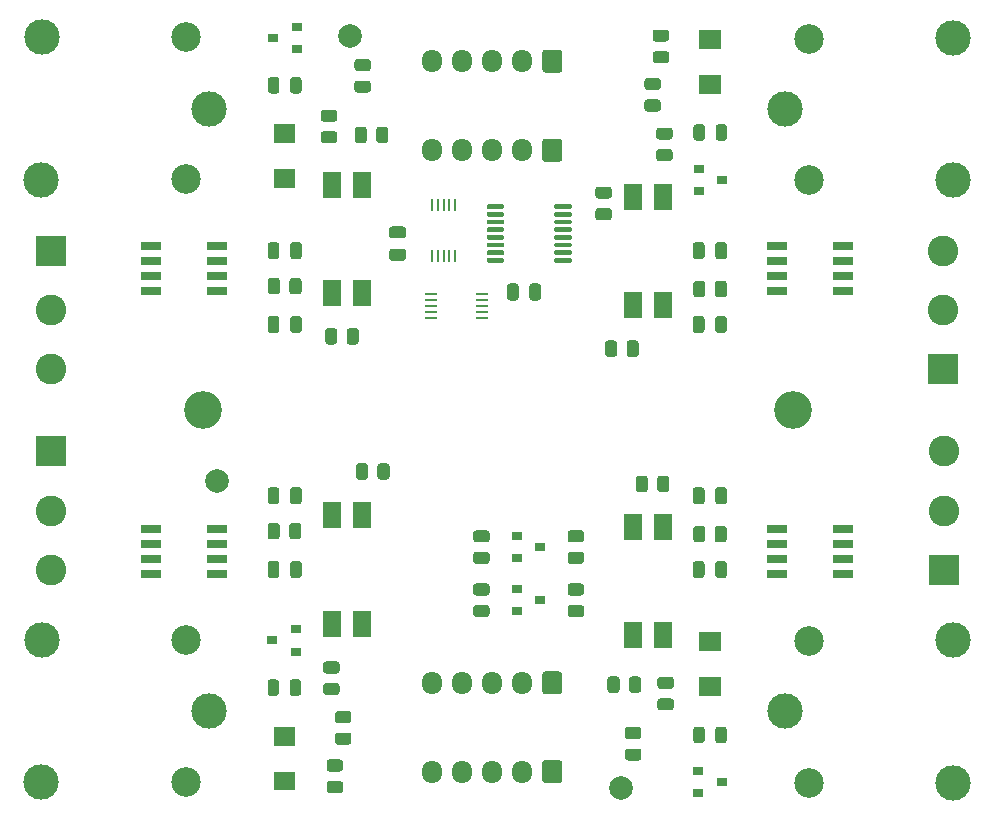
<source format=gts>
G04 #@! TF.GenerationSoftware,KiCad,Pcbnew,5.1.10*
G04 #@! TF.CreationDate,2021-06-21T19:24:40+02:00*
G04 #@! TF.ProjectId,power-extender,706f7765-722d-4657-9874-656e6465722e,1*
G04 #@! TF.SameCoordinates,Original*
G04 #@! TF.FileFunction,Soldermask,Top*
G04 #@! TF.FilePolarity,Negative*
%FSLAX46Y46*%
G04 Gerber Fmt 4.6, Leading zero omitted, Abs format (unit mm)*
G04 Created by KiCad (PCBNEW 5.1.10) date 2021-06-21 19:24:40*
%MOMM*%
%LPD*%
G01*
G04 APERTURE LIST*
%ADD10O,1.700000X1.950000*%
%ADD11R,1.750000X0.650000*%
%ADD12C,0.150000*%
%ADD13R,0.250000X1.100000*%
%ADD14R,1.100000X0.250000*%
%ADD15R,0.900000X0.800000*%
%ADD16C,3.000000*%
%ADD17C,2.500000*%
%ADD18R,1.500000X2.200000*%
%ADD19C,2.600000*%
%ADD20R,2.600000X2.600000*%
%ADD21C,2.000000*%
%ADD22C,3.200000*%
G04 APERTURE END LIST*
D10*
X143240000Y-70950000D03*
X145780000Y-70950000D03*
X148320000Y-70950000D03*
X150860000Y-70950000D03*
G36*
G01*
X154250000Y-70225000D02*
X154250000Y-71675000D01*
G75*
G02*
X154000000Y-71925000I-250000J0D01*
G01*
X152800000Y-71925000D01*
G75*
G02*
X152550000Y-71675000I0J250000D01*
G01*
X152550000Y-70225000D01*
G75*
G02*
X152800000Y-69975000I250000J0D01*
G01*
X154000000Y-69975000D01*
G75*
G02*
X154250000Y-70225000I0J-250000D01*
G01*
G37*
X143240000Y-78500000D03*
X145780000Y-78500000D03*
X148320000Y-78500000D03*
X150860000Y-78500000D03*
G36*
G01*
X154250000Y-77775000D02*
X154250000Y-79225000D01*
G75*
G02*
X154000000Y-79475000I-250000J0D01*
G01*
X152800000Y-79475000D01*
G75*
G02*
X152550000Y-79225000I0J250000D01*
G01*
X152550000Y-77775000D01*
G75*
G02*
X152800000Y-77525000I250000J0D01*
G01*
X154000000Y-77525000D01*
G75*
G02*
X154250000Y-77775000I0J-250000D01*
G01*
G37*
X143240000Y-123600000D03*
X145780000Y-123600000D03*
X148320000Y-123600000D03*
X150860000Y-123600000D03*
G36*
G01*
X154250000Y-122875000D02*
X154250000Y-124325000D01*
G75*
G02*
X154000000Y-124575000I-250000J0D01*
G01*
X152800000Y-124575000D01*
G75*
G02*
X152550000Y-124325000I0J250000D01*
G01*
X152550000Y-122875000D01*
G75*
G02*
X152800000Y-122625000I250000J0D01*
G01*
X154000000Y-122625000D01*
G75*
G02*
X154250000Y-122875000I0J-250000D01*
G01*
G37*
X143240000Y-131100000D03*
X145780000Y-131100000D03*
X148320000Y-131100000D03*
X150860000Y-131100000D03*
G36*
G01*
X154250000Y-130375000D02*
X154250000Y-131825000D01*
G75*
G02*
X154000000Y-132075000I-250000J0D01*
G01*
X152800000Y-132075000D01*
G75*
G02*
X152550000Y-131825000I0J250000D01*
G01*
X152550000Y-130375000D01*
G75*
G02*
X152800000Y-130125000I250000J0D01*
G01*
X154000000Y-130125000D01*
G75*
G02*
X154250000Y-130375000I0J-250000D01*
G01*
G37*
D11*
X119450000Y-90405000D03*
X125050000Y-90405000D03*
X119450000Y-89135000D03*
X125050000Y-89135000D03*
X119450000Y-87865000D03*
X125050000Y-87865000D03*
X119450000Y-86595000D03*
X125050000Y-86595000D03*
X178050000Y-86595000D03*
X172450000Y-86595000D03*
X178050000Y-87865000D03*
X172450000Y-87865000D03*
X178050000Y-89135000D03*
X172450000Y-89135000D03*
X178050000Y-90405000D03*
X172450000Y-90405000D03*
D12*
G36*
X165850000Y-69900000D02*
G01*
X165850000Y-68300000D01*
X167650000Y-68300000D01*
X167650000Y-69900000D01*
X165850000Y-69900000D01*
G37*
G36*
X165850000Y-73700000D02*
G01*
X165850000Y-72100000D01*
X167650000Y-72100000D01*
X167650000Y-73700000D01*
X165850000Y-73700000D01*
G37*
G36*
X165850000Y-120900000D02*
G01*
X165850000Y-119300000D01*
X167650000Y-119300000D01*
X167650000Y-120900000D01*
X165850000Y-120900000D01*
G37*
G36*
X165850000Y-124700000D02*
G01*
X165850000Y-123100000D01*
X167650000Y-123100000D01*
X167650000Y-124700000D01*
X165850000Y-124700000D01*
G37*
G36*
X131650000Y-131100000D02*
G01*
X131650000Y-132700000D01*
X129850000Y-132700000D01*
X129850000Y-131100000D01*
X131650000Y-131100000D01*
G37*
G36*
X131650000Y-127300000D02*
G01*
X131650000Y-128900000D01*
X129850000Y-128900000D01*
X129850000Y-127300000D01*
X131650000Y-127300000D01*
G37*
G36*
X131650000Y-80100000D02*
G01*
X131650000Y-81700000D01*
X129850000Y-81700000D01*
X129850000Y-80100000D01*
X131650000Y-80100000D01*
G37*
G36*
X131650000Y-76300000D02*
G01*
X131650000Y-77900000D01*
X129850000Y-77900000D01*
X129850000Y-76300000D01*
X131650000Y-76300000D01*
G37*
G36*
G01*
X135150001Y-122800000D02*
X134249999Y-122800000D01*
G75*
G02*
X134000000Y-122550001I0J249999D01*
G01*
X134000000Y-122024999D01*
G75*
G02*
X134249999Y-121775000I249999J0D01*
G01*
X135150001Y-121775000D01*
G75*
G02*
X135400000Y-122024999I0J-249999D01*
G01*
X135400000Y-122550001D01*
G75*
G02*
X135150001Y-122800000I-249999J0D01*
G01*
G37*
G36*
G01*
X135150001Y-124625000D02*
X134249999Y-124625000D01*
G75*
G02*
X134000000Y-124375001I0J249999D01*
G01*
X134000000Y-123849999D01*
G75*
G02*
X134249999Y-123600000I249999J0D01*
G01*
X135150001Y-123600000D01*
G75*
G02*
X135400000Y-123849999I0J-249999D01*
G01*
X135400000Y-124375001D01*
G75*
G02*
X135150001Y-124625000I-249999J0D01*
G01*
G37*
G36*
G01*
X135450001Y-131100000D02*
X134549999Y-131100000D01*
G75*
G02*
X134300000Y-130850001I0J249999D01*
G01*
X134300000Y-130324999D01*
G75*
G02*
X134549999Y-130075000I249999J0D01*
G01*
X135450001Y-130075000D01*
G75*
G02*
X135700000Y-130324999I0J-249999D01*
G01*
X135700000Y-130850001D01*
G75*
G02*
X135450001Y-131100000I-249999J0D01*
G01*
G37*
G36*
G01*
X135450001Y-132925000D02*
X134549999Y-132925000D01*
G75*
G02*
X134300000Y-132675001I0J249999D01*
G01*
X134300000Y-132149999D01*
G75*
G02*
X134549999Y-131900000I249999J0D01*
G01*
X135450001Y-131900000D01*
G75*
G02*
X135700000Y-132149999I0J-249999D01*
G01*
X135700000Y-132675001D01*
G75*
G02*
X135450001Y-132925000I-249999J0D01*
G01*
G37*
G36*
G01*
X135249999Y-127800000D02*
X136150001Y-127800000D01*
G75*
G02*
X136400000Y-128049999I0J-249999D01*
G01*
X136400000Y-128575001D01*
G75*
G02*
X136150001Y-128825000I-249999J0D01*
G01*
X135249999Y-128825000D01*
G75*
G02*
X135000000Y-128575001I0J249999D01*
G01*
X135000000Y-128049999D01*
G75*
G02*
X135249999Y-127800000I249999J0D01*
G01*
G37*
G36*
G01*
X135249999Y-125975000D02*
X136150001Y-125975000D01*
G75*
G02*
X136400000Y-126224999I0J-249999D01*
G01*
X136400000Y-126750001D01*
G75*
G02*
X136150001Y-127000000I-249999J0D01*
G01*
X135249999Y-127000000D01*
G75*
G02*
X135000000Y-126750001I0J249999D01*
G01*
X135000000Y-126224999D01*
G75*
G02*
X135249999Y-125975000I249999J0D01*
G01*
G37*
G36*
G01*
X137700000Y-76749999D02*
X137700000Y-77650001D01*
G75*
G02*
X137450001Y-77900000I-249999J0D01*
G01*
X136924999Y-77900000D01*
G75*
G02*
X136675000Y-77650001I0J249999D01*
G01*
X136675000Y-76749999D01*
G75*
G02*
X136924999Y-76500000I249999J0D01*
G01*
X137450001Y-76500000D01*
G75*
G02*
X137700000Y-76749999I0J-249999D01*
G01*
G37*
G36*
G01*
X139525000Y-76749999D02*
X139525000Y-77650001D01*
G75*
G02*
X139275001Y-77900000I-249999J0D01*
G01*
X138749999Y-77900000D01*
G75*
G02*
X138500000Y-77650001I0J249999D01*
G01*
X138500000Y-76749999D01*
G75*
G02*
X138749999Y-76500000I249999J0D01*
G01*
X139275001Y-76500000D01*
G75*
G02*
X139525000Y-76749999I0J-249999D01*
G01*
G37*
G36*
G01*
X137800001Y-71800000D02*
X136899999Y-71800000D01*
G75*
G02*
X136650000Y-71550001I0J249999D01*
G01*
X136650000Y-71024999D01*
G75*
G02*
X136899999Y-70775000I249999J0D01*
G01*
X137800001Y-70775000D01*
G75*
G02*
X138050000Y-71024999I0J-249999D01*
G01*
X138050000Y-71550001D01*
G75*
G02*
X137800001Y-71800000I-249999J0D01*
G01*
G37*
G36*
G01*
X137800001Y-73625000D02*
X136899999Y-73625000D01*
G75*
G02*
X136650000Y-73375001I0J249999D01*
G01*
X136650000Y-72849999D01*
G75*
G02*
X136899999Y-72600000I249999J0D01*
G01*
X137800001Y-72600000D01*
G75*
G02*
X138050000Y-72849999I0J-249999D01*
G01*
X138050000Y-73375001D01*
G75*
G02*
X137800001Y-73625000I-249999J0D01*
G01*
G37*
D13*
X145200000Y-87450000D03*
X144700000Y-87450000D03*
X144200000Y-87450000D03*
X143700000Y-87450000D03*
X143200000Y-87450000D03*
X143200000Y-83150000D03*
X143700000Y-83150000D03*
X144200000Y-83150000D03*
X144700000Y-83150000D03*
X145200000Y-83150000D03*
G36*
G01*
X153575000Y-83375000D02*
X153575000Y-83175000D01*
G75*
G02*
X153675000Y-83075000I100000J0D01*
G01*
X154950000Y-83075000D01*
G75*
G02*
X155050000Y-83175000I0J-100000D01*
G01*
X155050000Y-83375000D01*
G75*
G02*
X154950000Y-83475000I-100000J0D01*
G01*
X153675000Y-83475000D01*
G75*
G02*
X153575000Y-83375000I0J100000D01*
G01*
G37*
G36*
G01*
X153575000Y-84025000D02*
X153575000Y-83825000D01*
G75*
G02*
X153675000Y-83725000I100000J0D01*
G01*
X154950000Y-83725000D01*
G75*
G02*
X155050000Y-83825000I0J-100000D01*
G01*
X155050000Y-84025000D01*
G75*
G02*
X154950000Y-84125000I-100000J0D01*
G01*
X153675000Y-84125000D01*
G75*
G02*
X153575000Y-84025000I0J100000D01*
G01*
G37*
G36*
G01*
X153575000Y-84675000D02*
X153575000Y-84475000D01*
G75*
G02*
X153675000Y-84375000I100000J0D01*
G01*
X154950000Y-84375000D01*
G75*
G02*
X155050000Y-84475000I0J-100000D01*
G01*
X155050000Y-84675000D01*
G75*
G02*
X154950000Y-84775000I-100000J0D01*
G01*
X153675000Y-84775000D01*
G75*
G02*
X153575000Y-84675000I0J100000D01*
G01*
G37*
G36*
G01*
X153575000Y-85325000D02*
X153575000Y-85125000D01*
G75*
G02*
X153675000Y-85025000I100000J0D01*
G01*
X154950000Y-85025000D01*
G75*
G02*
X155050000Y-85125000I0J-100000D01*
G01*
X155050000Y-85325000D01*
G75*
G02*
X154950000Y-85425000I-100000J0D01*
G01*
X153675000Y-85425000D01*
G75*
G02*
X153575000Y-85325000I0J100000D01*
G01*
G37*
G36*
G01*
X153575000Y-85975000D02*
X153575000Y-85775000D01*
G75*
G02*
X153675000Y-85675000I100000J0D01*
G01*
X154950000Y-85675000D01*
G75*
G02*
X155050000Y-85775000I0J-100000D01*
G01*
X155050000Y-85975000D01*
G75*
G02*
X154950000Y-86075000I-100000J0D01*
G01*
X153675000Y-86075000D01*
G75*
G02*
X153575000Y-85975000I0J100000D01*
G01*
G37*
G36*
G01*
X153575000Y-86625000D02*
X153575000Y-86425000D01*
G75*
G02*
X153675000Y-86325000I100000J0D01*
G01*
X154950000Y-86325000D01*
G75*
G02*
X155050000Y-86425000I0J-100000D01*
G01*
X155050000Y-86625000D01*
G75*
G02*
X154950000Y-86725000I-100000J0D01*
G01*
X153675000Y-86725000D01*
G75*
G02*
X153575000Y-86625000I0J100000D01*
G01*
G37*
G36*
G01*
X153575000Y-87275000D02*
X153575000Y-87075000D01*
G75*
G02*
X153675000Y-86975000I100000J0D01*
G01*
X154950000Y-86975000D01*
G75*
G02*
X155050000Y-87075000I0J-100000D01*
G01*
X155050000Y-87275000D01*
G75*
G02*
X154950000Y-87375000I-100000J0D01*
G01*
X153675000Y-87375000D01*
G75*
G02*
X153575000Y-87275000I0J100000D01*
G01*
G37*
G36*
G01*
X153575000Y-87925000D02*
X153575000Y-87725000D01*
G75*
G02*
X153675000Y-87625000I100000J0D01*
G01*
X154950000Y-87625000D01*
G75*
G02*
X155050000Y-87725000I0J-100000D01*
G01*
X155050000Y-87925000D01*
G75*
G02*
X154950000Y-88025000I-100000J0D01*
G01*
X153675000Y-88025000D01*
G75*
G02*
X153575000Y-87925000I0J100000D01*
G01*
G37*
G36*
G01*
X147850000Y-87925000D02*
X147850000Y-87725000D01*
G75*
G02*
X147950000Y-87625000I100000J0D01*
G01*
X149225000Y-87625000D01*
G75*
G02*
X149325000Y-87725000I0J-100000D01*
G01*
X149325000Y-87925000D01*
G75*
G02*
X149225000Y-88025000I-100000J0D01*
G01*
X147950000Y-88025000D01*
G75*
G02*
X147850000Y-87925000I0J100000D01*
G01*
G37*
G36*
G01*
X147850000Y-87275000D02*
X147850000Y-87075000D01*
G75*
G02*
X147950000Y-86975000I100000J0D01*
G01*
X149225000Y-86975000D01*
G75*
G02*
X149325000Y-87075000I0J-100000D01*
G01*
X149325000Y-87275000D01*
G75*
G02*
X149225000Y-87375000I-100000J0D01*
G01*
X147950000Y-87375000D01*
G75*
G02*
X147850000Y-87275000I0J100000D01*
G01*
G37*
G36*
G01*
X147850000Y-86625000D02*
X147850000Y-86425000D01*
G75*
G02*
X147950000Y-86325000I100000J0D01*
G01*
X149225000Y-86325000D01*
G75*
G02*
X149325000Y-86425000I0J-100000D01*
G01*
X149325000Y-86625000D01*
G75*
G02*
X149225000Y-86725000I-100000J0D01*
G01*
X147950000Y-86725000D01*
G75*
G02*
X147850000Y-86625000I0J100000D01*
G01*
G37*
G36*
G01*
X147850000Y-85975000D02*
X147850000Y-85775000D01*
G75*
G02*
X147950000Y-85675000I100000J0D01*
G01*
X149225000Y-85675000D01*
G75*
G02*
X149325000Y-85775000I0J-100000D01*
G01*
X149325000Y-85975000D01*
G75*
G02*
X149225000Y-86075000I-100000J0D01*
G01*
X147950000Y-86075000D01*
G75*
G02*
X147850000Y-85975000I0J100000D01*
G01*
G37*
G36*
G01*
X147850000Y-85325000D02*
X147850000Y-85125000D01*
G75*
G02*
X147950000Y-85025000I100000J0D01*
G01*
X149225000Y-85025000D01*
G75*
G02*
X149325000Y-85125000I0J-100000D01*
G01*
X149325000Y-85325000D01*
G75*
G02*
X149225000Y-85425000I-100000J0D01*
G01*
X147950000Y-85425000D01*
G75*
G02*
X147850000Y-85325000I0J100000D01*
G01*
G37*
G36*
G01*
X147850000Y-84675000D02*
X147850000Y-84475000D01*
G75*
G02*
X147950000Y-84375000I100000J0D01*
G01*
X149225000Y-84375000D01*
G75*
G02*
X149325000Y-84475000I0J-100000D01*
G01*
X149325000Y-84675000D01*
G75*
G02*
X149225000Y-84775000I-100000J0D01*
G01*
X147950000Y-84775000D01*
G75*
G02*
X147850000Y-84675000I0J100000D01*
G01*
G37*
G36*
G01*
X147850000Y-84025000D02*
X147850000Y-83825000D01*
G75*
G02*
X147950000Y-83725000I100000J0D01*
G01*
X149225000Y-83725000D01*
G75*
G02*
X149325000Y-83825000I0J-100000D01*
G01*
X149325000Y-84025000D01*
G75*
G02*
X149225000Y-84125000I-100000J0D01*
G01*
X147950000Y-84125000D01*
G75*
G02*
X147850000Y-84025000I0J100000D01*
G01*
G37*
G36*
G01*
X147850000Y-83375000D02*
X147850000Y-83175000D01*
G75*
G02*
X147950000Y-83075000I100000J0D01*
G01*
X149225000Y-83075000D01*
G75*
G02*
X149325000Y-83175000I0J-100000D01*
G01*
X149325000Y-83375000D01*
G75*
G02*
X149225000Y-83475000I-100000J0D01*
G01*
X147950000Y-83475000D01*
G75*
G02*
X147850000Y-83375000I0J100000D01*
G01*
G37*
G36*
G01*
X159900000Y-124200001D02*
X159900000Y-123299999D01*
G75*
G02*
X160149999Y-123050000I249999J0D01*
G01*
X160675001Y-123050000D01*
G75*
G02*
X160925000Y-123299999I0J-249999D01*
G01*
X160925000Y-124200001D01*
G75*
G02*
X160675001Y-124450000I-249999J0D01*
G01*
X160149999Y-124450000D01*
G75*
G02*
X159900000Y-124200001I0J249999D01*
G01*
G37*
G36*
G01*
X158075000Y-124200001D02*
X158075000Y-123299999D01*
G75*
G02*
X158324999Y-123050000I249999J0D01*
G01*
X158850001Y-123050000D01*
G75*
G02*
X159100000Y-123299999I0J-249999D01*
G01*
X159100000Y-124200001D01*
G75*
G02*
X158850001Y-124450000I-249999J0D01*
G01*
X158324999Y-124450000D01*
G75*
G02*
X158075000Y-124200001I0J249999D01*
G01*
G37*
D14*
X147450000Y-90700000D03*
X147450000Y-91200000D03*
X147450000Y-91700000D03*
X147450000Y-92200000D03*
X147450000Y-92700000D03*
X143150000Y-92700000D03*
X143150000Y-92200000D03*
X143150000Y-91700000D03*
X143150000Y-91200000D03*
X143150000Y-90700000D03*
D15*
X167800000Y-81000000D03*
X165800000Y-81950000D03*
X165800000Y-80050000D03*
G36*
G01*
X162149999Y-70100000D02*
X163050001Y-70100000D01*
G75*
G02*
X163300000Y-70349999I0J-249999D01*
G01*
X163300000Y-70875001D01*
G75*
G02*
X163050001Y-71125000I-249999J0D01*
G01*
X162149999Y-71125000D01*
G75*
G02*
X161900000Y-70875001I0J249999D01*
G01*
X161900000Y-70349999D01*
G75*
G02*
X162149999Y-70100000I249999J0D01*
G01*
G37*
G36*
G01*
X162149999Y-68275000D02*
X163050001Y-68275000D01*
G75*
G02*
X163300000Y-68524999I0J-249999D01*
G01*
X163300000Y-69050001D01*
G75*
G02*
X163050001Y-69300000I-249999J0D01*
G01*
X162149999Y-69300000D01*
G75*
G02*
X161900000Y-69050001I0J249999D01*
G01*
X161900000Y-68524999D01*
G75*
G02*
X162149999Y-68275000I249999J0D01*
G01*
G37*
G36*
G01*
X167170000Y-90700001D02*
X167170000Y-89799999D01*
G75*
G02*
X167419999Y-89550000I249999J0D01*
G01*
X167945001Y-89550000D01*
G75*
G02*
X168195000Y-89799999I0J-249999D01*
G01*
X168195000Y-90700001D01*
G75*
G02*
X167945001Y-90950000I-249999J0D01*
G01*
X167419999Y-90950000D01*
G75*
G02*
X167170000Y-90700001I0J249999D01*
G01*
G37*
G36*
G01*
X165345000Y-90700001D02*
X165345000Y-89799999D01*
G75*
G02*
X165594999Y-89550000I249999J0D01*
G01*
X166120001Y-89550000D01*
G75*
G02*
X166370000Y-89799999I0J-249999D01*
G01*
X166370000Y-90700001D01*
G75*
G02*
X166120001Y-90950000I-249999J0D01*
G01*
X165594999Y-90950000D01*
G75*
G02*
X165345000Y-90700001I0J249999D01*
G01*
G37*
D16*
X173150000Y-75000000D03*
D17*
X175100000Y-69050000D03*
D16*
X187350000Y-69000000D03*
X187300000Y-81050000D03*
D17*
X175100000Y-81050000D03*
G36*
G01*
X166330000Y-76543750D02*
X166330000Y-77456250D01*
G75*
G02*
X166086250Y-77700000I-243750J0D01*
G01*
X165598750Y-77700000D01*
G75*
G02*
X165355000Y-77456250I0J243750D01*
G01*
X165355000Y-76543750D01*
G75*
G02*
X165598750Y-76300000I243750J0D01*
G01*
X166086250Y-76300000D01*
G75*
G02*
X166330000Y-76543750I0J-243750D01*
G01*
G37*
G36*
G01*
X168205000Y-76543750D02*
X168205000Y-77456250D01*
G75*
G02*
X167961250Y-77700000I-243750J0D01*
G01*
X167473750Y-77700000D01*
G75*
G02*
X167230000Y-77456250I0J243750D01*
G01*
X167230000Y-76543750D01*
G75*
G02*
X167473750Y-76300000I243750J0D01*
G01*
X167961250Y-76300000D01*
G75*
G02*
X168205000Y-76543750I0J-243750D01*
G01*
G37*
G36*
G01*
X162449999Y-78400000D02*
X163350001Y-78400000D01*
G75*
G02*
X163600000Y-78649999I0J-249999D01*
G01*
X163600000Y-79175001D01*
G75*
G02*
X163350001Y-79425000I-249999J0D01*
G01*
X162449999Y-79425000D01*
G75*
G02*
X162200000Y-79175001I0J249999D01*
G01*
X162200000Y-78649999D01*
G75*
G02*
X162449999Y-78400000I249999J0D01*
G01*
G37*
G36*
G01*
X162449999Y-76575000D02*
X163350001Y-76575000D01*
G75*
G02*
X163600000Y-76824999I0J-249999D01*
G01*
X163600000Y-77350001D01*
G75*
G02*
X163350001Y-77600000I-249999J0D01*
G01*
X162449999Y-77600000D01*
G75*
G02*
X162200000Y-77350001I0J249999D01*
G01*
X162200000Y-76824999D01*
G75*
G02*
X162449999Y-76575000I249999J0D01*
G01*
G37*
D18*
X162770000Y-91580000D03*
X162770000Y-82420000D03*
X160230000Y-91580000D03*
X160230000Y-82420000D03*
G36*
G01*
X166300000Y-92775000D02*
X166300000Y-93725000D01*
G75*
G02*
X166050000Y-93975000I-250000J0D01*
G01*
X165550000Y-93975000D01*
G75*
G02*
X165300000Y-93725000I0J250000D01*
G01*
X165300000Y-92775000D01*
G75*
G02*
X165550000Y-92525000I250000J0D01*
G01*
X166050000Y-92525000D01*
G75*
G02*
X166300000Y-92775000I0J-250000D01*
G01*
G37*
G36*
G01*
X168200000Y-92775000D02*
X168200000Y-93725000D01*
G75*
G02*
X167950000Y-93975000I-250000J0D01*
G01*
X167450000Y-93975000D01*
G75*
G02*
X167200000Y-93725000I0J250000D01*
G01*
X167200000Y-92775000D01*
G75*
G02*
X167450000Y-92525000I250000J0D01*
G01*
X167950000Y-92525000D01*
G75*
G02*
X168200000Y-92775000I0J-250000D01*
G01*
G37*
G36*
G01*
X167200000Y-87475000D02*
X167200000Y-86525000D01*
G75*
G02*
X167450000Y-86275000I250000J0D01*
G01*
X167950000Y-86275000D01*
G75*
G02*
X168200000Y-86525000I0J-250000D01*
G01*
X168200000Y-87475000D01*
G75*
G02*
X167950000Y-87725000I-250000J0D01*
G01*
X167450000Y-87725000D01*
G75*
G02*
X167200000Y-87475000I0J250000D01*
G01*
G37*
G36*
G01*
X165300000Y-87475000D02*
X165300000Y-86525000D01*
G75*
G02*
X165550000Y-86275000I250000J0D01*
G01*
X166050000Y-86275000D01*
G75*
G02*
X166300000Y-86525000I0J-250000D01*
G01*
X166300000Y-87475000D01*
G75*
G02*
X166050000Y-87725000I-250000J0D01*
G01*
X165550000Y-87725000D01*
G75*
G02*
X165300000Y-87475000I0J250000D01*
G01*
G37*
D19*
X186500000Y-87000000D03*
X186500000Y-92000000D03*
D20*
X186500000Y-97000000D03*
D11*
X178050000Y-110595000D03*
X172450000Y-110595000D03*
X178050000Y-111865000D03*
X172450000Y-111865000D03*
X178050000Y-113135000D03*
X172450000Y-113135000D03*
X178050000Y-114405000D03*
X172450000Y-114405000D03*
D15*
X167750000Y-132000000D03*
X165750000Y-132950000D03*
X165750000Y-131050000D03*
G36*
G01*
X159700000Y-95750001D02*
X159700000Y-94849999D01*
G75*
G02*
X159949999Y-94600000I249999J0D01*
G01*
X160475001Y-94600000D01*
G75*
G02*
X160725000Y-94849999I0J-249999D01*
G01*
X160725000Y-95750001D01*
G75*
G02*
X160475001Y-96000000I-249999J0D01*
G01*
X159949999Y-96000000D01*
G75*
G02*
X159700000Y-95750001I0J249999D01*
G01*
G37*
G36*
G01*
X157875000Y-95750001D02*
X157875000Y-94849999D01*
G75*
G02*
X158124999Y-94600000I249999J0D01*
G01*
X158650001Y-94600000D01*
G75*
G02*
X158900000Y-94849999I0J-249999D01*
G01*
X158900000Y-95750001D01*
G75*
G02*
X158650001Y-96000000I-249999J0D01*
G01*
X158124999Y-96000000D01*
G75*
G02*
X157875000Y-95750001I0J249999D01*
G01*
G37*
G36*
G01*
X167200000Y-108225000D02*
X167200000Y-107275000D01*
G75*
G02*
X167450000Y-107025000I250000J0D01*
G01*
X167950000Y-107025000D01*
G75*
G02*
X168200000Y-107275000I0J-250000D01*
G01*
X168200000Y-108225000D01*
G75*
G02*
X167950000Y-108475000I-250000J0D01*
G01*
X167450000Y-108475000D01*
G75*
G02*
X167200000Y-108225000I0J250000D01*
G01*
G37*
G36*
G01*
X165300000Y-108225000D02*
X165300000Y-107275000D01*
G75*
G02*
X165550000Y-107025000I250000J0D01*
G01*
X166050000Y-107025000D01*
G75*
G02*
X166300000Y-107275000I0J-250000D01*
G01*
X166300000Y-108225000D01*
G75*
G02*
X166050000Y-108475000I-250000J0D01*
G01*
X165550000Y-108475000D01*
G75*
G02*
X165300000Y-108225000I0J250000D01*
G01*
G37*
G36*
G01*
X162549999Y-124900000D02*
X163450001Y-124900000D01*
G75*
G02*
X163700000Y-125149999I0J-249999D01*
G01*
X163700000Y-125675001D01*
G75*
G02*
X163450001Y-125925000I-249999J0D01*
G01*
X162549999Y-125925000D01*
G75*
G02*
X162300000Y-125675001I0J249999D01*
G01*
X162300000Y-125149999D01*
G75*
G02*
X162549999Y-124900000I249999J0D01*
G01*
G37*
G36*
G01*
X162549999Y-123075000D02*
X163450001Y-123075000D01*
G75*
G02*
X163700000Y-123324999I0J-249999D01*
G01*
X163700000Y-123850001D01*
G75*
G02*
X163450001Y-124100000I-249999J0D01*
G01*
X162549999Y-124100000D01*
G75*
G02*
X162300000Y-123850001I0J249999D01*
G01*
X162300000Y-123324999D01*
G75*
G02*
X162549999Y-123075000I249999J0D01*
G01*
G37*
G36*
G01*
X167150000Y-111450001D02*
X167150000Y-110549999D01*
G75*
G02*
X167399999Y-110300000I249999J0D01*
G01*
X167925001Y-110300000D01*
G75*
G02*
X168175000Y-110549999I0J-249999D01*
G01*
X168175000Y-111450001D01*
G75*
G02*
X167925001Y-111700000I-249999J0D01*
G01*
X167399999Y-111700000D01*
G75*
G02*
X167150000Y-111450001I0J249999D01*
G01*
G37*
G36*
G01*
X165325000Y-111450001D02*
X165325000Y-110549999D01*
G75*
G02*
X165574999Y-110300000I249999J0D01*
G01*
X166100001Y-110300000D01*
G75*
G02*
X166350000Y-110549999I0J-249999D01*
G01*
X166350000Y-111450001D01*
G75*
G02*
X166100001Y-111700000I-249999J0D01*
G01*
X165574999Y-111700000D01*
G75*
G02*
X165325000Y-111450001I0J249999D01*
G01*
G37*
G36*
G01*
X159799999Y-129150000D02*
X160700001Y-129150000D01*
G75*
G02*
X160950000Y-129399999I0J-249999D01*
G01*
X160950000Y-129925001D01*
G75*
G02*
X160700001Y-130175000I-249999J0D01*
G01*
X159799999Y-130175000D01*
G75*
G02*
X159550000Y-129925001I0J249999D01*
G01*
X159550000Y-129399999D01*
G75*
G02*
X159799999Y-129150000I249999J0D01*
G01*
G37*
G36*
G01*
X159799999Y-127325000D02*
X160700001Y-127325000D01*
G75*
G02*
X160950000Y-127574999I0J-249999D01*
G01*
X160950000Y-128100001D01*
G75*
G02*
X160700001Y-128350000I-249999J0D01*
G01*
X159799999Y-128350000D01*
G75*
G02*
X159550000Y-128100001I0J249999D01*
G01*
X159550000Y-127574999D01*
G75*
G02*
X159799999Y-127325000I249999J0D01*
G01*
G37*
G36*
G01*
X162300000Y-107200001D02*
X162300000Y-106299999D01*
G75*
G02*
X162549999Y-106050000I249999J0D01*
G01*
X163075001Y-106050000D01*
G75*
G02*
X163325000Y-106299999I0J-249999D01*
G01*
X163325000Y-107200001D01*
G75*
G02*
X163075001Y-107450000I-249999J0D01*
G01*
X162549999Y-107450000D01*
G75*
G02*
X162300000Y-107200001I0J249999D01*
G01*
G37*
G36*
G01*
X160475000Y-107200001D02*
X160475000Y-106299999D01*
G75*
G02*
X160724999Y-106050000I249999J0D01*
G01*
X161250001Y-106050000D01*
G75*
G02*
X161500000Y-106299999I0J-249999D01*
G01*
X161500000Y-107200001D01*
G75*
G02*
X161250001Y-107450000I-249999J0D01*
G01*
X160724999Y-107450000D01*
G75*
G02*
X160475000Y-107200001I0J249999D01*
G01*
G37*
G36*
G01*
X166300000Y-127543750D02*
X166300000Y-128456250D01*
G75*
G02*
X166056250Y-128700000I-243750J0D01*
G01*
X165568750Y-128700000D01*
G75*
G02*
X165325000Y-128456250I0J243750D01*
G01*
X165325000Y-127543750D01*
G75*
G02*
X165568750Y-127300000I243750J0D01*
G01*
X166056250Y-127300000D01*
G75*
G02*
X166300000Y-127543750I0J-243750D01*
G01*
G37*
G36*
G01*
X168175000Y-127543750D02*
X168175000Y-128456250D01*
G75*
G02*
X167931250Y-128700000I-243750J0D01*
G01*
X167443750Y-128700000D01*
G75*
G02*
X167200000Y-128456250I0J243750D01*
G01*
X167200000Y-127543750D01*
G75*
G02*
X167443750Y-127300000I243750J0D01*
G01*
X167931250Y-127300000D01*
G75*
G02*
X168175000Y-127543750I0J-243750D01*
G01*
G37*
G36*
G01*
X166300000Y-113525000D02*
X166300000Y-114475000D01*
G75*
G02*
X166050000Y-114725000I-250000J0D01*
G01*
X165550000Y-114725000D01*
G75*
G02*
X165300000Y-114475000I0J250000D01*
G01*
X165300000Y-113525000D01*
G75*
G02*
X165550000Y-113275000I250000J0D01*
G01*
X166050000Y-113275000D01*
G75*
G02*
X166300000Y-113525000I0J-250000D01*
G01*
G37*
G36*
G01*
X168200000Y-113525000D02*
X168200000Y-114475000D01*
G75*
G02*
X167950000Y-114725000I-250000J0D01*
G01*
X167450000Y-114725000D01*
G75*
G02*
X167200000Y-114475000I0J250000D01*
G01*
X167200000Y-113525000D01*
G75*
G02*
X167450000Y-113275000I250000J0D01*
G01*
X167950000Y-113275000D01*
G75*
G02*
X168200000Y-113525000I0J-250000D01*
G01*
G37*
D18*
X160230000Y-110420000D03*
X160230000Y-119580000D03*
X162770000Y-110420000D03*
X162770000Y-119580000D03*
D16*
X173150000Y-126000000D03*
D17*
X175100000Y-120050000D03*
D16*
X187350000Y-120000000D03*
X187300000Y-132050000D03*
D17*
X175100000Y-132050000D03*
D19*
X186550000Y-104000000D03*
X186550000Y-109000000D03*
D20*
X186550000Y-114000000D03*
D11*
X119450000Y-114405000D03*
X125050000Y-114405000D03*
X119450000Y-113135000D03*
X125050000Y-113135000D03*
X119450000Y-111865000D03*
X125050000Y-111865000D03*
X119450000Y-110595000D03*
X125050000Y-110595000D03*
D15*
X129700000Y-120000000D03*
X131700000Y-119050000D03*
X131700000Y-120950000D03*
G36*
G01*
X130300000Y-113525000D02*
X130300000Y-114475000D01*
G75*
G02*
X130050000Y-114725000I-250000J0D01*
G01*
X129550000Y-114725000D01*
G75*
G02*
X129300000Y-114475000I0J250000D01*
G01*
X129300000Y-113525000D01*
G75*
G02*
X129550000Y-113275000I250000J0D01*
G01*
X130050000Y-113275000D01*
G75*
G02*
X130300000Y-113525000I0J-250000D01*
G01*
G37*
G36*
G01*
X132200000Y-113525000D02*
X132200000Y-114475000D01*
G75*
G02*
X131950000Y-114725000I-250000J0D01*
G01*
X131450000Y-114725000D01*
G75*
G02*
X131200000Y-114475000I0J250000D01*
G01*
X131200000Y-113525000D01*
G75*
G02*
X131450000Y-113275000I250000J0D01*
G01*
X131950000Y-113275000D01*
G75*
G02*
X132200000Y-113525000I0J-250000D01*
G01*
G37*
G36*
G01*
X130330000Y-110299999D02*
X130330000Y-111200001D01*
G75*
G02*
X130080001Y-111450000I-249999J0D01*
G01*
X129554999Y-111450000D01*
G75*
G02*
X129305000Y-111200001I0J249999D01*
G01*
X129305000Y-110299999D01*
G75*
G02*
X129554999Y-110050000I249999J0D01*
G01*
X130080001Y-110050000D01*
G75*
G02*
X130330000Y-110299999I0J-249999D01*
G01*
G37*
G36*
G01*
X132155000Y-110299999D02*
X132155000Y-111200001D01*
G75*
G02*
X131905001Y-111450000I-249999J0D01*
G01*
X131379999Y-111450000D01*
G75*
G02*
X131130000Y-111200001I0J249999D01*
G01*
X131130000Y-110299999D01*
G75*
G02*
X131379999Y-110050000I249999J0D01*
G01*
X131905001Y-110050000D01*
G75*
G02*
X132155000Y-110299999I0J-249999D01*
G01*
G37*
G36*
G01*
X137800000Y-105249999D02*
X137800000Y-106150001D01*
G75*
G02*
X137550001Y-106400000I-249999J0D01*
G01*
X137024999Y-106400000D01*
G75*
G02*
X136775000Y-106150001I0J249999D01*
G01*
X136775000Y-105249999D01*
G75*
G02*
X137024999Y-105000000I249999J0D01*
G01*
X137550001Y-105000000D01*
G75*
G02*
X137800000Y-105249999I0J-249999D01*
G01*
G37*
G36*
G01*
X139625000Y-105249999D02*
X139625000Y-106150001D01*
G75*
G02*
X139375001Y-106400000I-249999J0D01*
G01*
X138849999Y-106400000D01*
G75*
G02*
X138600000Y-106150001I0J249999D01*
G01*
X138600000Y-105249999D01*
G75*
G02*
X138849999Y-105000000I249999J0D01*
G01*
X139375001Y-105000000D01*
G75*
G02*
X139625000Y-105249999I0J-249999D01*
G01*
G37*
G36*
G01*
X131170000Y-124456250D02*
X131170000Y-123543750D01*
G75*
G02*
X131413750Y-123300000I243750J0D01*
G01*
X131901250Y-123300000D01*
G75*
G02*
X132145000Y-123543750I0J-243750D01*
G01*
X132145000Y-124456250D01*
G75*
G02*
X131901250Y-124700000I-243750J0D01*
G01*
X131413750Y-124700000D01*
G75*
G02*
X131170000Y-124456250I0J243750D01*
G01*
G37*
G36*
G01*
X129295000Y-124456250D02*
X129295000Y-123543750D01*
G75*
G02*
X129538750Y-123300000I243750J0D01*
G01*
X130026250Y-123300000D01*
G75*
G02*
X130270000Y-123543750I0J-243750D01*
G01*
X130270000Y-124456250D01*
G75*
G02*
X130026250Y-124700000I-243750J0D01*
G01*
X129538750Y-124700000D01*
G75*
G02*
X129295000Y-124456250I0J243750D01*
G01*
G37*
G36*
G01*
X131200000Y-108225000D02*
X131200000Y-107275000D01*
G75*
G02*
X131450000Y-107025000I250000J0D01*
G01*
X131950000Y-107025000D01*
G75*
G02*
X132200000Y-107275000I0J-250000D01*
G01*
X132200000Y-108225000D01*
G75*
G02*
X131950000Y-108475000I-250000J0D01*
G01*
X131450000Y-108475000D01*
G75*
G02*
X131200000Y-108225000I0J250000D01*
G01*
G37*
G36*
G01*
X129300000Y-108225000D02*
X129300000Y-107275000D01*
G75*
G02*
X129550000Y-107025000I250000J0D01*
G01*
X130050000Y-107025000D01*
G75*
G02*
X130300000Y-107275000I0J-250000D01*
G01*
X130300000Y-108225000D01*
G75*
G02*
X130050000Y-108475000I-250000J0D01*
G01*
X129550000Y-108475000D01*
G75*
G02*
X129300000Y-108225000I0J250000D01*
G01*
G37*
D18*
X134730000Y-109420000D03*
X134730000Y-118580000D03*
X137270000Y-109420000D03*
X137270000Y-118580000D03*
D16*
X124350000Y-126000000D03*
D17*
X122400000Y-131950000D03*
D16*
X110150000Y-132000000D03*
X110200000Y-119950000D03*
D17*
X122400000Y-119950000D03*
D19*
X111000000Y-114000000D03*
X111000000Y-109000000D03*
D20*
X111000000Y-104000000D03*
D16*
X124350000Y-75000000D03*
D17*
X122400000Y-80950000D03*
D16*
X110150000Y-81000000D03*
X110200000Y-68950000D03*
D17*
X122400000Y-68950000D03*
D19*
X110950000Y-97000000D03*
X110950000Y-92000000D03*
D20*
X110950000Y-87000000D03*
D21*
X159250000Y-132500000D03*
X125000000Y-106500000D03*
X136300000Y-68800000D03*
D22*
X173800000Y-100500000D03*
X123800000Y-100500000D03*
D18*
X137270000Y-90580000D03*
X137270000Y-81420000D03*
X134730000Y-90580000D03*
X134730000Y-81420000D03*
G36*
G01*
X155850001Y-111700000D02*
X154949999Y-111700000D01*
G75*
G02*
X154700000Y-111450001I0J249999D01*
G01*
X154700000Y-110924999D01*
G75*
G02*
X154949999Y-110675000I249999J0D01*
G01*
X155850001Y-110675000D01*
G75*
G02*
X156100000Y-110924999I0J-249999D01*
G01*
X156100000Y-111450001D01*
G75*
G02*
X155850001Y-111700000I-249999J0D01*
G01*
G37*
G36*
G01*
X155850001Y-113525000D02*
X154949999Y-113525000D01*
G75*
G02*
X154700000Y-113275001I0J249999D01*
G01*
X154700000Y-112749999D01*
G75*
G02*
X154949999Y-112500000I249999J0D01*
G01*
X155850001Y-112500000D01*
G75*
G02*
X156100000Y-112749999I0J-249999D01*
G01*
X156100000Y-113275001D01*
G75*
G02*
X155850001Y-113525000I-249999J0D01*
G01*
G37*
G36*
G01*
X154949999Y-117000000D02*
X155850001Y-117000000D01*
G75*
G02*
X156100000Y-117249999I0J-249999D01*
G01*
X156100000Y-117775001D01*
G75*
G02*
X155850001Y-118025000I-249999J0D01*
G01*
X154949999Y-118025000D01*
G75*
G02*
X154700000Y-117775001I0J249999D01*
G01*
X154700000Y-117249999D01*
G75*
G02*
X154949999Y-117000000I249999J0D01*
G01*
G37*
G36*
G01*
X154949999Y-115175000D02*
X155850001Y-115175000D01*
G75*
G02*
X156100000Y-115424999I0J-249999D01*
G01*
X156100000Y-115950001D01*
G75*
G02*
X155850001Y-116200000I-249999J0D01*
G01*
X154949999Y-116200000D01*
G75*
G02*
X154700000Y-115950001I0J249999D01*
G01*
X154700000Y-115424999D01*
G75*
G02*
X154949999Y-115175000I249999J0D01*
G01*
G37*
G36*
G01*
X157299999Y-83400000D02*
X158200001Y-83400000D01*
G75*
G02*
X158450000Y-83649999I0J-249999D01*
G01*
X158450000Y-84175001D01*
G75*
G02*
X158200001Y-84425000I-249999J0D01*
G01*
X157299999Y-84425000D01*
G75*
G02*
X157050000Y-84175001I0J249999D01*
G01*
X157050000Y-83649999D01*
G75*
G02*
X157299999Y-83400000I249999J0D01*
G01*
G37*
G36*
G01*
X157299999Y-81575000D02*
X158200001Y-81575000D01*
G75*
G02*
X158450000Y-81824999I0J-249999D01*
G01*
X158450000Y-82350001D01*
G75*
G02*
X158200001Y-82600000I-249999J0D01*
G01*
X157299999Y-82600000D01*
G75*
G02*
X157050000Y-82350001I0J249999D01*
G01*
X157050000Y-81824999D01*
G75*
G02*
X157299999Y-81575000I249999J0D01*
G01*
G37*
G36*
G01*
X146949999Y-112500000D02*
X147850001Y-112500000D01*
G75*
G02*
X148100000Y-112749999I0J-249999D01*
G01*
X148100000Y-113275001D01*
G75*
G02*
X147850001Y-113525000I-249999J0D01*
G01*
X146949999Y-113525000D01*
G75*
G02*
X146700000Y-113275001I0J249999D01*
G01*
X146700000Y-112749999D01*
G75*
G02*
X146949999Y-112500000I249999J0D01*
G01*
G37*
G36*
G01*
X146949999Y-110675000D02*
X147850001Y-110675000D01*
G75*
G02*
X148100000Y-110924999I0J-249999D01*
G01*
X148100000Y-111450001D01*
G75*
G02*
X147850001Y-111700000I-249999J0D01*
G01*
X146949999Y-111700000D01*
G75*
G02*
X146700000Y-111450001I0J249999D01*
G01*
X146700000Y-110924999D01*
G75*
G02*
X146949999Y-110675000I249999J0D01*
G01*
G37*
G36*
G01*
X146949999Y-117000000D02*
X147850001Y-117000000D01*
G75*
G02*
X148100000Y-117249999I0J-249999D01*
G01*
X148100000Y-117775001D01*
G75*
G02*
X147850001Y-118025000I-249999J0D01*
G01*
X146949999Y-118025000D01*
G75*
G02*
X146700000Y-117775001I0J249999D01*
G01*
X146700000Y-117249999D01*
G75*
G02*
X146949999Y-117000000I249999J0D01*
G01*
G37*
G36*
G01*
X146949999Y-115175000D02*
X147850001Y-115175000D01*
G75*
G02*
X148100000Y-115424999I0J-249999D01*
G01*
X148100000Y-115950001D01*
G75*
G02*
X147850001Y-116200000I-249999J0D01*
G01*
X146949999Y-116200000D01*
G75*
G02*
X146700000Y-115950001I0J249999D01*
G01*
X146700000Y-115424999D01*
G75*
G02*
X146949999Y-115175000I249999J0D01*
G01*
G37*
G36*
G01*
X130350000Y-89549999D02*
X130350000Y-90450001D01*
G75*
G02*
X130100001Y-90700000I-249999J0D01*
G01*
X129574999Y-90700000D01*
G75*
G02*
X129325000Y-90450001I0J249999D01*
G01*
X129325000Y-89549999D01*
G75*
G02*
X129574999Y-89300000I249999J0D01*
G01*
X130100001Y-89300000D01*
G75*
G02*
X130350000Y-89549999I0J-249999D01*
G01*
G37*
G36*
G01*
X132175000Y-89549999D02*
X132175000Y-90450001D01*
G75*
G02*
X131925001Y-90700000I-249999J0D01*
G01*
X131399999Y-90700000D01*
G75*
G02*
X131150000Y-90450001I0J249999D01*
G01*
X131150000Y-89549999D01*
G75*
G02*
X131399999Y-89300000I249999J0D01*
G01*
X131925001Y-89300000D01*
G75*
G02*
X132175000Y-89549999I0J-249999D01*
G01*
G37*
G36*
G01*
X134950001Y-76100000D02*
X134049999Y-76100000D01*
G75*
G02*
X133800000Y-75850001I0J249999D01*
G01*
X133800000Y-75324999D01*
G75*
G02*
X134049999Y-75075000I249999J0D01*
G01*
X134950001Y-75075000D01*
G75*
G02*
X135200000Y-75324999I0J-249999D01*
G01*
X135200000Y-75850001D01*
G75*
G02*
X134950001Y-76100000I-249999J0D01*
G01*
G37*
G36*
G01*
X134950001Y-77925000D02*
X134049999Y-77925000D01*
G75*
G02*
X133800000Y-77675001I0J249999D01*
G01*
X133800000Y-77149999D01*
G75*
G02*
X134049999Y-76900000I249999J0D01*
G01*
X134950001Y-76900000D01*
G75*
G02*
X135200000Y-77149999I0J-249999D01*
G01*
X135200000Y-77675001D01*
G75*
G02*
X134950001Y-77925000I-249999J0D01*
G01*
G37*
G36*
G01*
X135200000Y-93799999D02*
X135200000Y-94700001D01*
G75*
G02*
X134950001Y-94950000I-249999J0D01*
G01*
X134424999Y-94950000D01*
G75*
G02*
X134175000Y-94700001I0J249999D01*
G01*
X134175000Y-93799999D01*
G75*
G02*
X134424999Y-93550000I249999J0D01*
G01*
X134950001Y-93550000D01*
G75*
G02*
X135200000Y-93799999I0J-249999D01*
G01*
G37*
G36*
G01*
X137025000Y-93799999D02*
X137025000Y-94700001D01*
G75*
G02*
X136775001Y-94950000I-249999J0D01*
G01*
X136249999Y-94950000D01*
G75*
G02*
X136000000Y-94700001I0J249999D01*
G01*
X136000000Y-93799999D01*
G75*
G02*
X136249999Y-93550000I249999J0D01*
G01*
X136775001Y-93550000D01*
G75*
G02*
X137025000Y-93799999I0J-249999D01*
G01*
G37*
D15*
X152400000Y-112100000D03*
X150400000Y-113050000D03*
X150400000Y-111150000D03*
X152400000Y-116600000D03*
X150400000Y-117550000D03*
X150400000Y-115650000D03*
G36*
G01*
X131200000Y-73456250D02*
X131200000Y-72543750D01*
G75*
G02*
X131443750Y-72300000I243750J0D01*
G01*
X131931250Y-72300000D01*
G75*
G02*
X132175000Y-72543750I0J-243750D01*
G01*
X132175000Y-73456250D01*
G75*
G02*
X131931250Y-73700000I-243750J0D01*
G01*
X131443750Y-73700000D01*
G75*
G02*
X131200000Y-73456250I0J243750D01*
G01*
G37*
G36*
G01*
X129325000Y-73456250D02*
X129325000Y-72543750D01*
G75*
G02*
X129568750Y-72300000I243750J0D01*
G01*
X130056250Y-72300000D01*
G75*
G02*
X130300000Y-72543750I0J-243750D01*
G01*
X130300000Y-73456250D01*
G75*
G02*
X130056250Y-73700000I-243750J0D01*
G01*
X129568750Y-73700000D01*
G75*
G02*
X129325000Y-73456250I0J243750D01*
G01*
G37*
G36*
G01*
X140775000Y-85950000D02*
X139825000Y-85950000D01*
G75*
G02*
X139575000Y-85700000I0J250000D01*
G01*
X139575000Y-85200000D01*
G75*
G02*
X139825000Y-84950000I250000J0D01*
G01*
X140775000Y-84950000D01*
G75*
G02*
X141025000Y-85200000I0J-250000D01*
G01*
X141025000Y-85700000D01*
G75*
G02*
X140775000Y-85950000I-250000J0D01*
G01*
G37*
G36*
G01*
X140775000Y-87850000D02*
X139825000Y-87850000D01*
G75*
G02*
X139575000Y-87600000I0J250000D01*
G01*
X139575000Y-87100000D01*
G75*
G02*
X139825000Y-86850000I250000J0D01*
G01*
X140775000Y-86850000D01*
G75*
G02*
X141025000Y-87100000I0J-250000D01*
G01*
X141025000Y-87600000D01*
G75*
G02*
X140775000Y-87850000I-250000J0D01*
G01*
G37*
G36*
G01*
X151450000Y-90975000D02*
X151450000Y-90025000D01*
G75*
G02*
X151700000Y-89775000I250000J0D01*
G01*
X152200000Y-89775000D01*
G75*
G02*
X152450000Y-90025000I0J-250000D01*
G01*
X152450000Y-90975000D01*
G75*
G02*
X152200000Y-91225000I-250000J0D01*
G01*
X151700000Y-91225000D01*
G75*
G02*
X151450000Y-90975000I0J250000D01*
G01*
G37*
G36*
G01*
X149550000Y-90975000D02*
X149550000Y-90025000D01*
G75*
G02*
X149800000Y-89775000I250000J0D01*
G01*
X150300000Y-89775000D01*
G75*
G02*
X150550000Y-90025000I0J-250000D01*
G01*
X150550000Y-90975000D01*
G75*
G02*
X150300000Y-91225000I-250000J0D01*
G01*
X149800000Y-91225000D01*
G75*
G02*
X149550000Y-90975000I0J250000D01*
G01*
G37*
G36*
G01*
X131200000Y-87475000D02*
X131200000Y-86525000D01*
G75*
G02*
X131450000Y-86275000I250000J0D01*
G01*
X131950000Y-86275000D01*
G75*
G02*
X132200000Y-86525000I0J-250000D01*
G01*
X132200000Y-87475000D01*
G75*
G02*
X131950000Y-87725000I-250000J0D01*
G01*
X131450000Y-87725000D01*
G75*
G02*
X131200000Y-87475000I0J250000D01*
G01*
G37*
G36*
G01*
X129300000Y-87475000D02*
X129300000Y-86525000D01*
G75*
G02*
X129550000Y-86275000I250000J0D01*
G01*
X130050000Y-86275000D01*
G75*
G02*
X130300000Y-86525000I0J-250000D01*
G01*
X130300000Y-87475000D01*
G75*
G02*
X130050000Y-87725000I-250000J0D01*
G01*
X129550000Y-87725000D01*
G75*
G02*
X129300000Y-87475000I0J250000D01*
G01*
G37*
G36*
G01*
X130300000Y-92775000D02*
X130300000Y-93725000D01*
G75*
G02*
X130050000Y-93975000I-250000J0D01*
G01*
X129550000Y-93975000D01*
G75*
G02*
X129300000Y-93725000I0J250000D01*
G01*
X129300000Y-92775000D01*
G75*
G02*
X129550000Y-92525000I250000J0D01*
G01*
X130050000Y-92525000D01*
G75*
G02*
X130300000Y-92775000I0J-250000D01*
G01*
G37*
G36*
G01*
X132200000Y-92775000D02*
X132200000Y-93725000D01*
G75*
G02*
X131950000Y-93975000I-250000J0D01*
G01*
X131450000Y-93975000D01*
G75*
G02*
X131200000Y-93725000I0J250000D01*
G01*
X131200000Y-92775000D01*
G75*
G02*
X131450000Y-92525000I250000J0D01*
G01*
X131950000Y-92525000D01*
G75*
G02*
X132200000Y-92775000I0J-250000D01*
G01*
G37*
X129750000Y-69000000D03*
X131750000Y-68050000D03*
X131750000Y-69950000D03*
G36*
G01*
X162350001Y-73400000D02*
X161449999Y-73400000D01*
G75*
G02*
X161200000Y-73150001I0J249999D01*
G01*
X161200000Y-72624999D01*
G75*
G02*
X161449999Y-72375000I249999J0D01*
G01*
X162350001Y-72375000D01*
G75*
G02*
X162600000Y-72624999I0J-249999D01*
G01*
X162600000Y-73150001D01*
G75*
G02*
X162350001Y-73400000I-249999J0D01*
G01*
G37*
G36*
G01*
X162350001Y-75225000D02*
X161449999Y-75225000D01*
G75*
G02*
X161200000Y-74975001I0J249999D01*
G01*
X161200000Y-74449999D01*
G75*
G02*
X161449999Y-74200000I249999J0D01*
G01*
X162350001Y-74200000D01*
G75*
G02*
X162600000Y-74449999I0J-249999D01*
G01*
X162600000Y-74975001D01*
G75*
G02*
X162350001Y-75225000I-249999J0D01*
G01*
G37*
M02*

</source>
